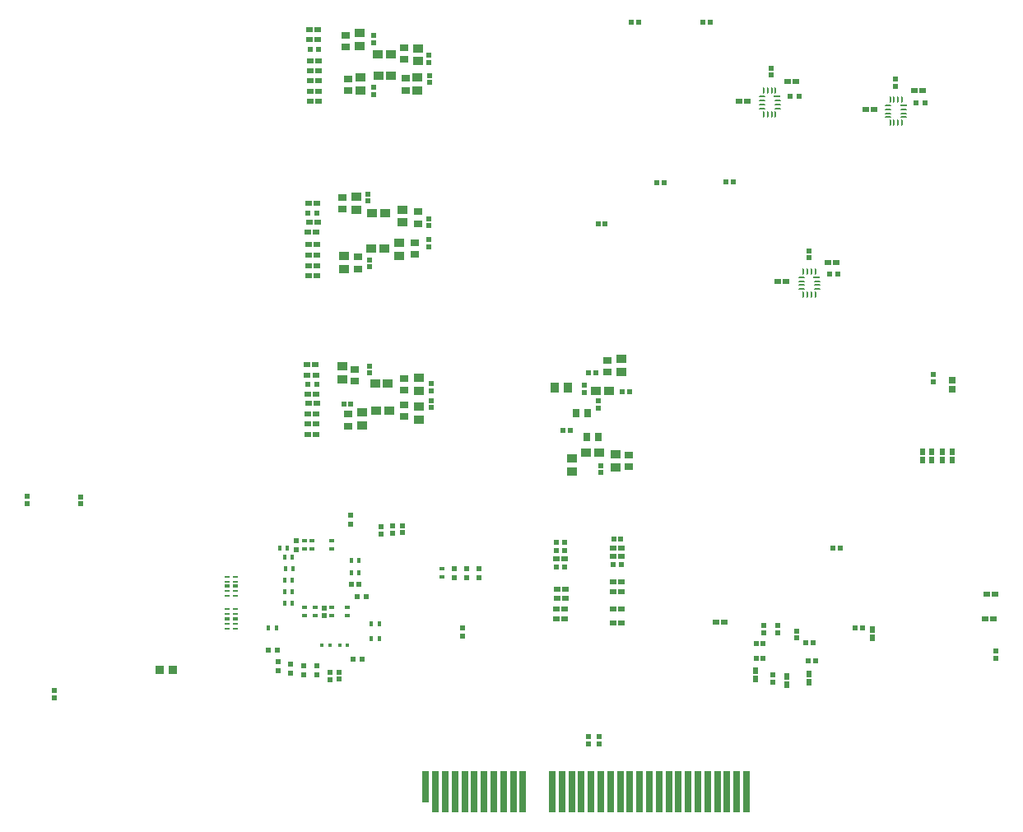
<source format=gbr>
G04*
G04 #@! TF.GenerationSoftware,Altium Limited,Altium Designer,24.9.1 (31)*
G04*
G04 Layer_Color=128*
%FSLAX25Y25*%
%MOIN*%
G70*
G04*
G04 #@! TF.SameCoordinates,8C3FED30-37FA-4A54-8C90-A1F039295453*
G04*
G04*
G04 #@! TF.FilePolarity,Positive*
G04*
G01*
G75*
%ADD27R,0.02362X0.02559*%
%ADD28R,0.02559X0.02362*%
%ADD31R,0.02648X0.02816*%
%ADD32R,0.02288X0.02016*%
%ADD56R,0.02016X0.02288*%
G04:AMPARAMS|DCode=61|XSize=7.87mil|YSize=23.62mil|CornerRadius=1.97mil|HoleSize=0mil|Usage=FLASHONLY|Rotation=0.000|XOffset=0mil|YOffset=0mil|HoleType=Round|Shape=RoundedRectangle|*
%AMROUNDEDRECTD61*
21,1,0.00787,0.01968,0,0,0.0*
21,1,0.00394,0.02362,0,0,0.0*
1,1,0.00394,0.00197,-0.00984*
1,1,0.00394,-0.00197,-0.00984*
1,1,0.00394,-0.00197,0.00984*
1,1,0.00394,0.00197,0.00984*
%
%ADD61ROUNDEDRECTD61*%
G04:AMPARAMS|DCode=62|XSize=7.87mil|YSize=23.62mil|CornerRadius=1.97mil|HoleSize=0mil|Usage=FLASHONLY|Rotation=90.000|XOffset=0mil|YOffset=0mil|HoleType=Round|Shape=RoundedRectangle|*
%AMROUNDEDRECTD62*
21,1,0.00787,0.01968,0,0,90.0*
21,1,0.00394,0.02362,0,0,90.0*
1,1,0.00394,0.00984,0.00197*
1,1,0.00394,0.00984,-0.00197*
1,1,0.00394,-0.00984,-0.00197*
1,1,0.00394,-0.00984,0.00197*
%
%ADD62ROUNDEDRECTD62*%
G04:AMPARAMS|DCode=63|XSize=7.87mil|YSize=27.56mil|CornerRadius=1.97mil|HoleSize=0mil|Usage=FLASHONLY|Rotation=90.000|XOffset=0mil|YOffset=0mil|HoleType=Round|Shape=RoundedRectangle|*
%AMROUNDEDRECTD63*
21,1,0.00787,0.02362,0,0,90.0*
21,1,0.00394,0.02756,0,0,90.0*
1,1,0.00394,0.01181,0.00197*
1,1,0.00394,0.01181,-0.00197*
1,1,0.00394,-0.01181,-0.00197*
1,1,0.00394,-0.01181,0.00197*
%
%ADD63ROUNDEDRECTD63*%
%ADD64R,0.02165X0.02165*%
%ADD66R,0.02800X0.16500*%
%ADD69R,0.02165X0.01968*%
%ADD70R,0.01968X0.02165*%
%ADD77R,0.02953X0.03543*%
%ADD78R,0.01575X0.01968*%
%ADD81R,0.02165X0.02165*%
%ADD93R,0.02800X0.12600*%
%ADD167R,0.03543X0.02953*%
%ADD168R,0.03937X0.03543*%
%ADD169R,0.04355X0.03773*%
%ADD170R,0.03543X0.03937*%
%ADD171R,0.01772X0.01772*%
%ADD172R,0.02237X0.02254*%
%ADD173R,0.03347X0.03543*%
G04:AMPARAMS|DCode=174|XSize=7.87mil|YSize=22.24mil|CornerRadius=1.97mil|HoleSize=0mil|Usage=FLASHONLY|Rotation=270.000|XOffset=0mil|YOffset=0mil|HoleType=Round|Shape=RoundedRectangle|*
%AMROUNDEDRECTD174*
21,1,0.00787,0.01831,0,0,270.0*
21,1,0.00394,0.02224,0,0,270.0*
1,1,0.00394,-0.00915,-0.00197*
1,1,0.00394,-0.00915,0.00197*
1,1,0.00394,0.00915,0.00197*
1,1,0.00394,0.00915,-0.00197*
%
%ADD174ROUNDEDRECTD174*%
%ADD176R,0.02254X0.02237*%
%ADD177R,0.01968X0.01575*%
%ADD178R,0.01843X0.01860*%
G04:AMPARAMS|DCode=184|XSize=22.24mil|YSize=14.17mil|CornerRadius=1.98mil|HoleSize=0mil|Usage=FLASHONLY|Rotation=180.000|XOffset=0mil|YOffset=0mil|HoleType=Round|Shape=RoundedRectangle|*
%AMROUNDEDRECTD184*
21,1,0.02224,0.01021,0,0,180.0*
21,1,0.01828,0.01417,0,0,180.0*
1,1,0.00397,-0.00914,0.00510*
1,1,0.00397,0.00914,0.00510*
1,1,0.00397,0.00914,-0.00510*
1,1,0.00397,-0.00914,-0.00510*
%
%ADD184ROUNDEDRECTD184*%
D27*
X359380Y-266922D02*
D03*
Y-263576D02*
D03*
X363475Y-266898D02*
D03*
Y-263552D02*
D03*
X355224Y-266922D02*
D03*
Y-263576D02*
D03*
X351255Y-266922D02*
D03*
Y-263576D02*
D03*
X331091Y-339040D02*
D03*
Y-335694D02*
D03*
X305496Y-357140D02*
D03*
Y-353793D02*
D03*
X296559Y-358122D02*
D03*
Y-354776D02*
D03*
X283799Y-355700D02*
D03*
Y-352354D02*
D03*
D28*
X103144Y-96687D02*
D03*
X106491D02*
D03*
X103191Y-92604D02*
D03*
X106537D02*
D03*
X103458Y-105212D02*
D03*
X106805D02*
D03*
X103389Y-109405D02*
D03*
X106735D02*
D03*
X103424Y-113528D02*
D03*
X106770D02*
D03*
X103354Y-117650D02*
D03*
X106700D02*
D03*
X103298Y-121859D02*
D03*
X106644D02*
D03*
X348128Y-117485D02*
D03*
X351474D02*
D03*
X331755Y-124989D02*
D03*
X328409D02*
D03*
X296827Y-113642D02*
D03*
X300173D02*
D03*
X280279Y-121655D02*
D03*
X276932D02*
D03*
X296216Y-194617D02*
D03*
X292869D02*
D03*
X312992Y-187113D02*
D03*
X316339D02*
D03*
X229423Y-316373D02*
D03*
X226076D02*
D03*
X229423Y-320507D02*
D03*
X226076D02*
D03*
X229423Y-332899D02*
D03*
X226076D02*
D03*
X206431Y-331531D02*
D03*
X203085D02*
D03*
X377354Y-321496D02*
D03*
X380700D02*
D03*
X376616Y-331496D02*
D03*
X379963D02*
D03*
X229423Y-327397D02*
D03*
X226076D02*
D03*
X105923Y-188307D02*
D03*
X102577D02*
D03*
X106011Y-192441D02*
D03*
X102665D02*
D03*
X106011Y-184161D02*
D03*
X102665D02*
D03*
X105733Y-174639D02*
D03*
X102386D02*
D03*
X106126Y-179772D02*
D03*
X102780D02*
D03*
X106250Y-170689D02*
D03*
X102904D02*
D03*
X105843Y-248411D02*
D03*
X102496D02*
D03*
X106054Y-244198D02*
D03*
X102708D02*
D03*
X105864Y-240311D02*
D03*
X102518D02*
D03*
X105576Y-232604D02*
D03*
X102230D02*
D03*
X105529Y-228234D02*
D03*
X102183D02*
D03*
X106143Y-162983D02*
D03*
X102797D02*
D03*
X105733Y-252343D02*
D03*
X102386D02*
D03*
X105733Y-256783D02*
D03*
X102386D02*
D03*
X267783Y-332718D02*
D03*
X271130D02*
D03*
X203336Y-319268D02*
D03*
X206682D02*
D03*
X203315Y-323066D02*
D03*
X206662D02*
D03*
X203045Y-327397D02*
D03*
X206391D02*
D03*
X229423Y-302594D02*
D03*
X226076D02*
D03*
X229423Y-306137D02*
D03*
X226076D02*
D03*
X203045Y-306925D02*
D03*
X206391D02*
D03*
D31*
X363475Y-234557D02*
D03*
Y-238325D02*
D03*
D32*
X216121Y-231736D02*
D03*
X218999D02*
D03*
X222812Y-171221D02*
D03*
X219933D02*
D03*
X236352Y-89654D02*
D03*
X233474D02*
D03*
X265280Y-89614D02*
D03*
X262402D02*
D03*
X246603Y-154648D02*
D03*
X243725D02*
D03*
X274684Y-154504D02*
D03*
X271805D02*
D03*
X205750Y-254892D02*
D03*
X208628D02*
D03*
X232710Y-239463D02*
D03*
X229832D02*
D03*
X317917Y-302746D02*
D03*
X315039D02*
D03*
X304057Y-341096D02*
D03*
X306935D02*
D03*
X305040Y-348498D02*
D03*
X307918D02*
D03*
X286857Y-347276D02*
D03*
X283978D02*
D03*
X286857Y-341370D02*
D03*
X283978D02*
D03*
X226310Y-298952D02*
D03*
X229188D02*
D03*
X116915Y-244438D02*
D03*
X119793D02*
D03*
D56*
X220143Y-245877D02*
D03*
Y-242999D02*
D03*
X221232Y-272102D02*
D03*
Y-269224D02*
D03*
X214401Y-236814D02*
D03*
Y-239692D02*
D03*
X128989Y-95061D02*
D03*
Y-97939D02*
D03*
X151423Y-102995D02*
D03*
Y-105873D02*
D03*
X129162Y-118935D02*
D03*
Y-116056D02*
D03*
X151778Y-114145D02*
D03*
Y-111267D02*
D03*
X340494Y-112827D02*
D03*
Y-115706D02*
D03*
X289988Y-108294D02*
D03*
Y-111172D02*
D03*
X305255Y-182240D02*
D03*
Y-185118D02*
D03*
X355865Y-235297D02*
D03*
Y-232419D02*
D03*
X127322Y-185982D02*
D03*
Y-188860D02*
D03*
X126789Y-162122D02*
D03*
Y-159243D02*
D03*
X152485Y-242922D02*
D03*
Y-245800D02*
D03*
X152490Y-236164D02*
D03*
Y-239043D02*
D03*
X151423Y-177781D02*
D03*
Y-180659D02*
D03*
X151337Y-172126D02*
D03*
Y-169248D02*
D03*
X127322Y-231825D02*
D03*
Y-228947D02*
D03*
X300530Y-336223D02*
D03*
Y-339101D02*
D03*
X216120Y-382039D02*
D03*
Y-379161D02*
D03*
X290654Y-354027D02*
D03*
Y-356906D02*
D03*
X287049Y-336921D02*
D03*
Y-334043D02*
D03*
X292622Y-337025D02*
D03*
Y-334147D02*
D03*
X381102Y-347266D02*
D03*
Y-344388D02*
D03*
X220420Y-379161D02*
D03*
Y-382039D02*
D03*
D61*
X342997Y-121052D02*
D03*
X341422D02*
D03*
X339847D02*
D03*
X338272D02*
D03*
Y-130500D02*
D03*
X339847D02*
D03*
X341422D02*
D03*
X342997D02*
D03*
X291873Y-117508D02*
D03*
X290298D02*
D03*
X288724D02*
D03*
X287149D02*
D03*
Y-126957D02*
D03*
X288724D02*
D03*
X290298D02*
D03*
X291873D02*
D03*
X307934Y-190680D02*
D03*
X306359D02*
D03*
X304784D02*
D03*
X303209D02*
D03*
Y-200129D02*
D03*
X304784D02*
D03*
X306359D02*
D03*
X307934D02*
D03*
D62*
X337485Y-123414D02*
D03*
Y-124989D02*
D03*
Y-126564D02*
D03*
Y-128138D02*
D03*
X343784D02*
D03*
Y-126564D02*
D03*
Y-124989D02*
D03*
X286361Y-119871D02*
D03*
Y-121445D02*
D03*
Y-123020D02*
D03*
Y-124595D02*
D03*
X292661D02*
D03*
Y-123020D02*
D03*
Y-121445D02*
D03*
X302422Y-193043D02*
D03*
Y-194617D02*
D03*
Y-196192D02*
D03*
Y-197767D02*
D03*
X308721D02*
D03*
Y-196192D02*
D03*
Y-194617D02*
D03*
D63*
X343587Y-123414D02*
D03*
X292464Y-119871D02*
D03*
X308524Y-193043D02*
D03*
D64*
X106799Y-100685D02*
D03*
X103255D02*
D03*
X352262Y-122532D02*
D03*
X348719D02*
D03*
X301376Y-119596D02*
D03*
X297832D02*
D03*
X317126Y-191861D02*
D03*
X313583D02*
D03*
X105962Y-236497D02*
D03*
X102419D02*
D03*
X106054Y-166874D02*
D03*
X102511D02*
D03*
X206490Y-310271D02*
D03*
X202946D02*
D03*
X206490Y-300232D02*
D03*
X202946D02*
D03*
X206490Y-303578D02*
D03*
X202946D02*
D03*
X225978Y-309484D02*
D03*
X229521D02*
D03*
D66*
X158055Y-401427D02*
D03*
X154118D02*
D03*
X161992D02*
D03*
X224984D02*
D03*
X232858D02*
D03*
X260417D02*
D03*
X276165D02*
D03*
X244669D02*
D03*
X264354D02*
D03*
X248606D02*
D03*
X201362D02*
D03*
X213173D02*
D03*
X228921D02*
D03*
X177740D02*
D03*
X173803D02*
D03*
X169866D02*
D03*
X165929D02*
D03*
X189551D02*
D03*
X205299D02*
D03*
X209236D02*
D03*
X217110D02*
D03*
X221047D02*
D03*
X252543D02*
D03*
X236795D02*
D03*
X256480D02*
D03*
X268291D02*
D03*
X272228D02*
D03*
X240732D02*
D03*
X181677D02*
D03*
X185614D02*
D03*
X280102D02*
D03*
D69*
X323992Y-335187D02*
D03*
X326945D02*
D03*
D70*
X10395Y-281915D02*
D03*
Y-284868D02*
D03*
X-11417Y-281736D02*
D03*
Y-284688D02*
D03*
X-394Y-363491D02*
D03*
Y-360539D02*
D03*
X115205Y-355837D02*
D03*
Y-352885D02*
D03*
X111539Y-355928D02*
D03*
Y-352975D02*
D03*
X108906Y-329881D02*
D03*
Y-326928D02*
D03*
X140671Y-293559D02*
D03*
Y-296512D02*
D03*
X136703Y-293780D02*
D03*
Y-296733D02*
D03*
X131978Y-294001D02*
D03*
Y-296954D02*
D03*
D77*
X220038Y-257795D02*
D03*
X215313D02*
D03*
X215886Y-248071D02*
D03*
X211162D02*
D03*
D78*
X131259Y-333394D02*
D03*
X128110D02*
D03*
X131259Y-339307D02*
D03*
X128110D02*
D03*
X96209Y-325157D02*
D03*
X93059D02*
D03*
X96209Y-320433D02*
D03*
X93059D02*
D03*
X86487Y-335177D02*
D03*
X89637D02*
D03*
X120028Y-312559D02*
D03*
X123177D02*
D03*
X120028Y-307834D02*
D03*
X123177D02*
D03*
X96504Y-311065D02*
D03*
X93354D02*
D03*
X96209Y-315708D02*
D03*
X93059D02*
D03*
X96209Y-306259D02*
D03*
X93059D02*
D03*
X94177Y-302716D02*
D03*
X91027D02*
D03*
D81*
X97882Y-303208D02*
D03*
Y-299665D02*
D03*
D93*
X150181Y-399477D02*
D03*
D167*
X232542Y-269669D02*
D03*
Y-264944D02*
D03*
X223717Y-226792D02*
D03*
Y-231516D02*
D03*
X117741Y-94984D02*
D03*
Y-99708D02*
D03*
X141411Y-99906D02*
D03*
Y-104630D02*
D03*
X118716Y-117425D02*
D03*
Y-112701D02*
D03*
X142212Y-117208D02*
D03*
Y-112483D02*
D03*
X116267Y-165324D02*
D03*
Y-160600D02*
D03*
X141417Y-244789D02*
D03*
Y-249513D02*
D03*
X141417Y-233956D02*
D03*
Y-238681D02*
D03*
X147081Y-166522D02*
D03*
Y-171246D02*
D03*
X145873Y-179024D02*
D03*
Y-183748D02*
D03*
X118606Y-248516D02*
D03*
Y-253240D02*
D03*
X122669Y-189551D02*
D03*
Y-184826D02*
D03*
X121464Y-230386D02*
D03*
Y-235110D02*
D03*
D168*
X227060Y-264649D02*
D03*
Y-269964D02*
D03*
X209562Y-266388D02*
D03*
Y-271703D02*
D03*
X229310Y-231441D02*
D03*
Y-226126D02*
D03*
X123432Y-99453D02*
D03*
Y-94138D02*
D03*
X147021Y-105529D02*
D03*
Y-100214D02*
D03*
X123826Y-112051D02*
D03*
Y-117366D02*
D03*
X146772Y-112012D02*
D03*
Y-117327D02*
D03*
X116945Y-189752D02*
D03*
Y-184437D02*
D03*
X121977Y-160261D02*
D03*
Y-165576D02*
D03*
X139448Y-184461D02*
D03*
Y-179146D02*
D03*
X124560Y-253136D02*
D03*
Y-247821D02*
D03*
X147549Y-250760D02*
D03*
Y-245445D02*
D03*
X140877Y-165542D02*
D03*
Y-170857D02*
D03*
X147526Y-238990D02*
D03*
Y-233676D02*
D03*
X116386Y-234421D02*
D03*
Y-229106D02*
D03*
D169*
X214996Y-264068D02*
D03*
X220319D02*
D03*
X224532Y-238878D02*
D03*
X219209D02*
D03*
X135943Y-102623D02*
D03*
X130620D02*
D03*
X136227Y-111286D02*
D03*
X130903D02*
D03*
X128054Y-181435D02*
D03*
X133378D02*
D03*
X128446Y-166874D02*
D03*
X133769D02*
D03*
X130131Y-247185D02*
D03*
X135454D02*
D03*
X134899Y-235898D02*
D03*
X129575D02*
D03*
D170*
X207646Y-237559D02*
D03*
X202331D02*
D03*
D171*
X111244Y-341908D02*
D03*
X108094D02*
D03*
X115347D02*
D03*
X118496D02*
D03*
D172*
X126084Y-322461D02*
D03*
X122524D02*
D03*
X86508Y-343947D02*
D03*
X90068D02*
D03*
X124304Y-347624D02*
D03*
X120744D02*
D03*
D173*
X47678Y-352105D02*
D03*
X42560D02*
D03*
D174*
X69635Y-335218D02*
D03*
Y-333250D02*
D03*
Y-329313D02*
D03*
Y-327344D02*
D03*
X72923D02*
D03*
Y-329313D02*
D03*
Y-333250D02*
D03*
Y-335218D02*
D03*
X69635Y-322132D02*
D03*
Y-320163D02*
D03*
Y-316226D02*
D03*
Y-314258D02*
D03*
X72923D02*
D03*
Y-316226D02*
D03*
Y-320163D02*
D03*
Y-322132D02*
D03*
D176*
X171615Y-314541D02*
D03*
Y-310981D02*
D03*
X165058Y-334900D02*
D03*
Y-338460D02*
D03*
X161615Y-314541D02*
D03*
Y-310981D02*
D03*
X166615Y-310981D02*
D03*
Y-314541D02*
D03*
X105988Y-353995D02*
D03*
Y-350435D02*
D03*
X100840Y-350435D02*
D03*
Y-353995D02*
D03*
X95421Y-349773D02*
D03*
Y-353333D02*
D03*
X90424Y-348743D02*
D03*
Y-352303D02*
D03*
X119732Y-292971D02*
D03*
Y-289411D02*
D03*
D177*
X156615Y-314335D02*
D03*
Y-311186D02*
D03*
X118354Y-326830D02*
D03*
Y-329980D02*
D03*
X112055Y-326830D02*
D03*
Y-329980D02*
D03*
X105362Y-326830D02*
D03*
Y-329980D02*
D03*
X101032Y-326830D02*
D03*
Y-329980D02*
D03*
X112055Y-303011D02*
D03*
Y-299862D02*
D03*
X104181Y-303011D02*
D03*
Y-299862D02*
D03*
X101032Y-303011D02*
D03*
Y-299862D02*
D03*
D178*
X123186Y-317283D02*
D03*
X120019D02*
D03*
D184*
X69635Y-331281D02*
D03*
X72923D02*
D03*
X69635Y-318195D02*
D03*
X72923D02*
D03*
M02*

</source>
